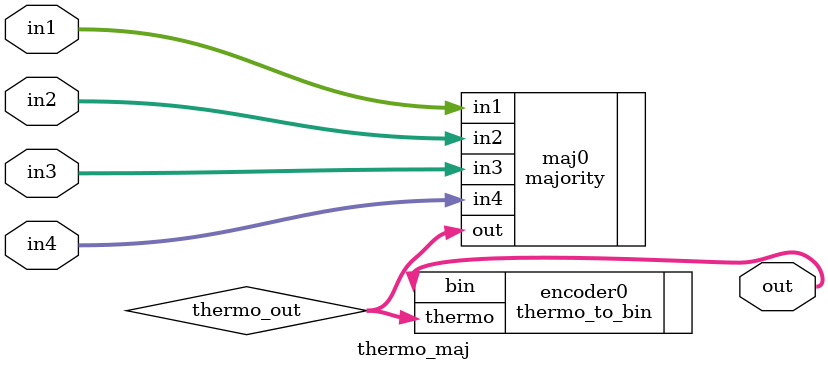
<source format=v>
`timescale 1ns/1ns

module thermo_maj(
    in1,
    in2,
    in3,
    in4,
    out
    );

input [14:0] in1, in2, in3, in4;
output [3:0] out;

wire [14:0] thermo_out;

majority maj0(
    .in1(in1),
    .in2(in2),
    .in3(in3),
    .in4(in4),
    .out(thermo_out)
    );

thermo_to_bin encoder0(.thermo(thermo_out), .bin(out));

endmodule

</source>
